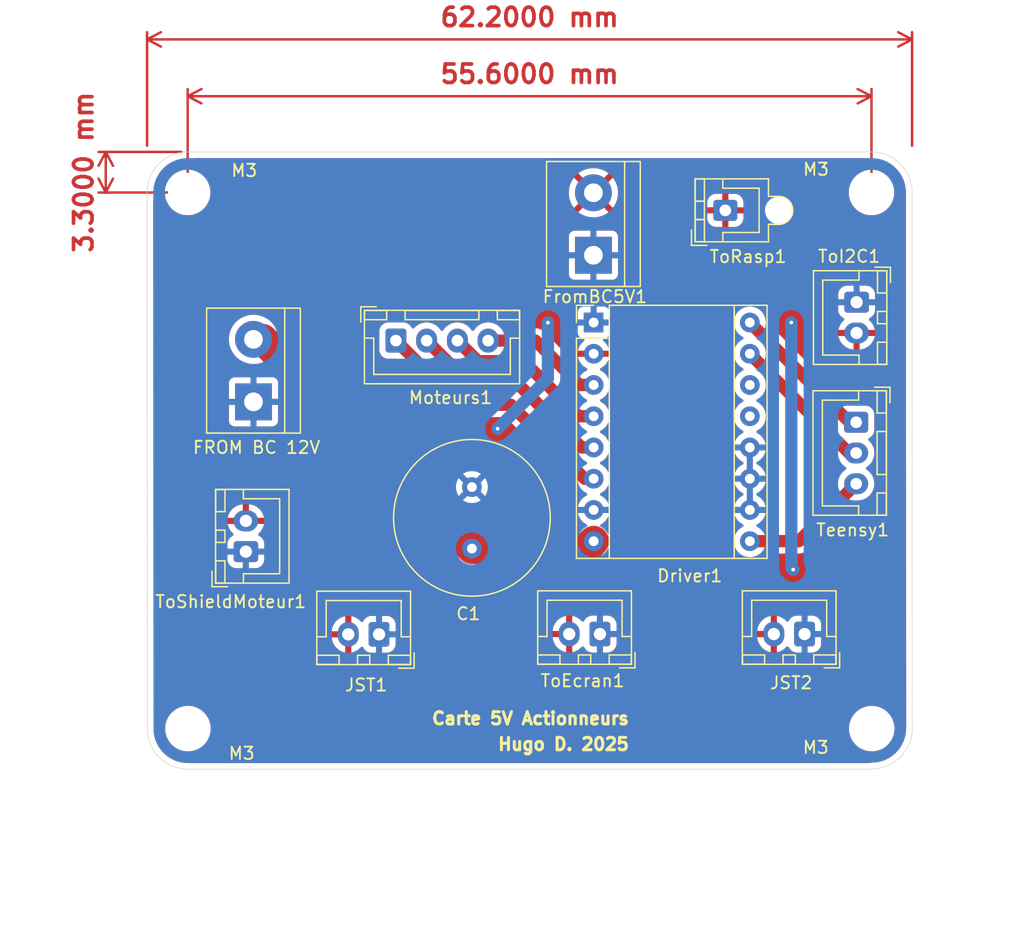
<source format=kicad_pcb>
(kicad_pcb (version 20241229) (generator "pcbnew") (generator_version "9.0")
  (layers (0 "F.Cu" signal) (2 "B.Cu" signal) (13 "F.Paste" user) (15 "B.Paste" user) (5 "F.SilkS" user "F.Silkscreen") (7 "B.SilkS" user "B.Silkscreen") (1 "F.Mask" user) (3 "B.Mask" user) (25 "Edge.Cuts" user))
  (net 0 "")
  (net 1 "+12V")
  (net 2 "GND")
  (net 3 "1A1")
  (net 4 "1B1")
  (net 5 "+5V")
  (net 6 "Enable1")
  (net 7 "2A1")
  (net 8 "2B1")
  (net 11 "Dir1")
  (net 12 "Step1")
  (footprint "Module:Pololu_Breakout-16_15.2x20.3mm" (layer "F.Cu") (at 185.81 66.37)
    (property "Reference" "Driver1" (at 7.81 20.6 0) (layer "F.SilkS"))
    (property "Value" "Pololu_Breakout_A4988" (hide yes))
    (fp_line (start -1.4 -1.4) (end -1.4 0) (stroke (width 0.12)) (layer "F.SilkS"))
    (fp_line (start -1.4 1.27) (end -1.4 19.18) (stroke (width 0.12)) (layer "F.SilkS"))
    (fp_line (start -1.4 19.18) (end 14.1 19.18) (stroke (width 0.12)) (layer "F.SilkS"))
    (fp_line (start 0 -1.4) (end -1.4 -1.4) (stroke (width 0.12)) (layer "F.SilkS"))
    (fp_line (start 1.27 -1.4) (end 1.27 1.27) (stroke (width 0.12)) (layer "F.SilkS"))
    (fp_line (start 1.27 1.27) (end -1.4 1.27) (stroke (width 0.12)) (layer "F.SilkS"))
    (fp_line (start 1.27 1.27) (end 1.27 19.18) (stroke (width 0.12)) (layer "F.SilkS"))
    (fp_line (start 11.43 -1.4) (end 11.43 19.18) (stroke (width 0.12)) (layer "F.SilkS"))
    (fp_line (start 14.1 -1.4) (end 1.27 -1.4) (stroke (width 0.12)) (layer "F.SilkS"))
    (fp_line (start 14.1 19.18) (end 14.1 -1.4) (stroke (width 0.12)) (layer "F.SilkS"))
    (pad "1" thru_hole rect (at 0 0) (size 1.6 1.6) (drill 0.8) (layers "*.Cu" "*.Mask") (net 2 "GND"))
    (pad "2" thru_hole oval (at 0 2.54) (size 1.6 1.6) (drill 0.8) (layers "*.Cu" "*.Mask") (net 5 "+5V"))
    (pad "3" thru_hole oval (at 0 5.08) (size 1.6 1.6) (drill 0.8) (layers "*.Cu" "*.Mask") (net 4 "1B1"))
    (pad "4" thru_hole oval (at 0 7.62) (size 1.6 1.6) (drill 0.8) (layers "*.Cu" "*.Mask") (net 3 "1A1"))
    (pad "5" thru_hole oval (at 0 10.16) (size 1.6 1.6) (drill 0.8) (layers "*.Cu" "*.Mask") (net 7 "2A1"))
    (pad "6" thru_hole oval (at 0 12.7) (size 1.6 1.6) (drill 0.8) (layers "*.Cu" "*.Mask") (net 8 "2B1"))
    (pad "7" thru_hole oval (at 0 15.24) (size 1.6 1.6) (drill 0.8) (layers "*.Cu" "*.Mask") (net 2 "GND"))
    (pad "8" thru_hole oval (at 0 17.78) (size 1.6 1.6) (drill 0.8) (layers "*.Cu" "*.Mask") (net 1 "+12V"))
    (pad "9" thru_hole oval (at 12.7 17.78) (size 1.6 1.6) (drill 0.8) (layers "*.Cu" "*.Mask") (net 6 "Enable1"))
    (pad "10" thru_hole oval (at 12.7 15.24) (size 1.6 1.6) (drill 0.8) (layers "*.Cu" "*.Mask") (net 2 "GND"))
    (pad "11" thru_hole oval (at 12.7 12.7) (size 1.6 1.6) (drill 0.8) (layers "*.Cu" "*.Mask") (net 2 "GND"))
    (pad "12" thru_hole oval (at 12.7 10.16) (size 1.6 1.6) (drill 0.8) (layers "*.Cu" "*.Mask") (net 2 "GND"))
    (pad "13" thru_hole oval (at 12.7 7.62) (size 1.6 1.6) (drill 0.8) (layers "*.Cu" "*.Mask"))
    (pad "14" thru_hole oval (at 12.7 5.08) (size 1.6 1.6) (drill 0.8) (layers "*.Cu" "*.Mask"))
    (pad "15" thru_hole oval (at 12.7 2.54) (size 1.6 1.6) (drill 0.8) (layers "*.Cu" "*.Mask") (net 12 "Step1"))
    (pad "16" thru_hole oval (at 12.7 0) (size 1.6 1.6) (drill 0.8) (layers "*.Cu" "*.Mask") (net 11 "Dir1"))
  )
  (footprint "MountingHole:MountingHole_3.2mm_M3" (layer "F.Cu") (at 208.42 99.39)
    (property "Reference" "M3" (at -4.55 1.53 0) (layer "F.SilkS"))
    (property "Value" "MountingHole_3.2mm_M3" (hide yes))
    (pad "" np_thru_hole circle (at 0 0) (size 3.2 3.2) (drill 3.2) (layers "*.Cu" "*.Mask"))
  )
  (footprint "Connector_JST:JST_XH_B3B-XH-A_1x03_P2.50mm_Vertical" (layer "F.Cu") (at 207.155 74.48 -90)
    (property "Reference" "Teensy1" (at 8.76 0.285 0) (layer "F.SilkS"))
    (property "Value" "Conn_01x03" (hide yes))
    (fp_line (start -2.56 3.51) (end 7.56 3.51) (stroke (width 0.12)) (layer "F.SilkS"))
    (fp_line (start 7.56 3.51) (end 7.56 -2.46) (stroke (width 0.12)) (layer "F.SilkS"))
    (fp_line (start -1.8 2.75) (end 2.5 2.75) (stroke (width 0.12)) (layer "F.SilkS"))
    (fp_line (start 6.8 2.75) (end 2.5 2.75) (stroke (width 0.12)) (layer "F.SilkS"))
    (fp_line (start -2.55 -0.2) (end -1.8 -0.2) (stroke (width 0.12)) (layer "F.SilkS"))
    (fp_line (start -1.8 -0.2) (end -1.8 2.75) (stroke (width 0.12)) (layer "F.SilkS"))
    (fp_line (start 6.8 -0.2) (end 6.8 2.75) (stroke (width 0.12)) (layer "F.SilkS"))
    (fp_line (start 7.55 -0.2) (end 6.8 -0.2) (stroke (width 0.12)) (layer "F.SilkS"))
    (fp_line (start -2.55 -1.7) (end -0.75 -1.7) (stroke (width 0.12)) (layer "F.SilkS"))
    (fp_line (start -0.75 -1.7) (end -0.75 -2.45) (stroke (width 0.12)) (layer "F.SilkS"))
    (fp_line (start 0.75 -1.7) (end 4.25 -1.7) (stroke (width 0.12)) (layer "F.SilkS"))
    (fp_line (start 4.25 -1.7) (end 4.25 -2.45) (stroke (width 0.12)) (layer "F.SilkS"))
    (fp_line (start 5.75 -1.7) (end 7.55 -1.7) (stroke (width 0.12)) (layer "F.SilkS"))
    (fp_line (start 7.55 -1.7) (end 7.55 -2.45) (stroke (width 0.12)) (layer "F.SilkS"))
    (fp_line (start -2.55 -2.45) (end -2.55 -1.7) (stroke (width 0.12)) (layer "F.SilkS"))
    (fp_line (start -0.75 -2.45) (end -2.55 -2.45) (stroke (width 0.12)) (layer "F.SilkS"))
    (fp_line (start 0.75 -2.45) (end 0.75 -1.7) (stroke (width 0.12)) (layer "F.SilkS"))
    (fp_line (start 4.25 -2.45) (end 0.75 -2.45) (stroke (width 0.12)) (layer "F.SilkS"))
    (fp_line (start 5.75 -2.45) (end 5.75 -1.7) (stroke (width 0.12)) (layer "F.SilkS"))
    (fp_line (start 7.55 -2.45) (end 5.75 -2.45) (stroke (width 0.12)) (layer "F.SilkS"))
    (fp_line (start -2.56 -2.46) (end -2.56 3.51) (stroke (width 0.12)) (layer "F.SilkS"))
    (fp_line (start 7.56 -2.46) (end -2.56 -2.46) (stroke (width 0.12)) (layer "F.SilkS"))
    (fp_line (start -2.85 -2.75) (end -2.85 -1.5) (stroke (width 0.12)) (layer "F.SilkS"))
    (fp_line (start -1.6 -2.75) (end -2.85 -2.75) (stroke (width 0.12)) (layer "F.SilkS"))
    (pad "1" thru_hole roundrect (at 0 0 270) (size 1.7 1.95) (drill 0.95) (layers "*.Cu" "*.Mask") (roundrect_rratio 0.147059) (net 11 "Dir1"))
    (pad "2" thru_hole oval (at 2.5 0 270) (size 1.7 1.95) (drill 0.95) (layers "*.Cu" "*.Mask") (net 12 "Step1"))
    (pad "3" thru_hole oval (at 5 0 270) (size 1.7 1.95) (drill 0.95) (layers "*.Cu" "*.Mask") (net 6 "Enable1"))
  )
  (footprint "Capacitor_THT:C_Radial_D12.5mm_H25.0mm_P5.00mm" (layer "F.Cu") (at 175.91 84.75 90)
    (property "Reference" "C1" (at -5.3 -0.29 180) (layer "F.SilkS"))
    (property "Value" "C_Polarized" (hide yes))
    (fp_circle (center 2.5 0) (end 8.87 0) (stroke (width 0.12)) (fill no) (layer "F.SilkS"))
    (pad "1" thru_hole circle (at 0 0 90) (size 1.6 1.6) (drill 0.8) (layers "*.Cu" "*.Mask") (net 1 "+12V"))
    (pad "2" thru_hole circle (at 5 0 90) (size 1.6 1.6) (drill 0.8) (layers "*.Cu" "*.Mask") (net 2 "GND"))
  )
  (footprint "TerminalBlock:TerminalBlock_bornier-2_P5.08mm" (layer "F.Cu") (at 185.79 60.9 90)
    (property "Reference" "FromBC5V1" (at -3.37 0.12 180) (layer "F.SilkS"))
    (property "Value" "Conn_01x02" (hide yes))
    (fp_line (start 7.62 -3.81) (end -2.54 -3.81) (stroke (width 0.12)) (layer "F.SilkS"))
    (fp_line (start -2.54 -3.81) (end -2.54 3.81) (stroke (width 0.12)) (layer "F.SilkS"))
    (fp_line (start 7.62 2.54) (end -2.54 2.54) (stroke (width 0.12)) (layer "F.SilkS"))
    (fp_line (start 7.62 3.81) (end 7.62 -3.81) (stroke (width 0.12)) (layer "F.SilkS"))
    (fp_line (start -2.54 3.81) (end 7.62 3.81) (stroke (width 0.12)) (layer "F.SilkS"))
    (pad "1" thru_hole rect (at 0 0 90) (size 3 3) (drill 1.52) (layers "*.Cu" "*.Mask") (net 2 "GND"))
    (pad "2" thru_hole circle (at 5.08 0 90) (size 3 3) (drill 1.52) (layers "*.Cu" "*.Mask") (net 5 "+5V"))
  )
  (footprint "MountingHole:MountingHole_3.2mm_M3" (layer "F.Cu") (at 152.8 55.8)
    (property "Reference" "M3" (at 4.6 -1.79 0) (layer "F.SilkS"))
    (property "Value" "MountingHole_3.2mm_M3" (hide yes))
    (pad "" np_thru_hole circle (at 0 0) (size 3.2 3.2) (drill 3.2) (layers "*.Cu" "*.Mask"))
  )
  (footprint "Connector_JST:JST_XH_B2B-XH-A_1x02_P2.50mm_Vertical" (layer "F.Cu") (at 186.32 91.7 180)
    (property "Reference" "ToEcran1" (at 1.41 -3.8 0) (layer "F.SilkS"))
    (property "Value" "Conn_01x02" (hide yes))
    (fp_line (start 5.06 3.51) (end 5.06 -2.46) (stroke (width 0.12)) (layer "F.SilkS"))
    (fp_line (start 5.06 -2.46) (end -2.56 -2.46) (stroke (width 0.12)) (layer "F.SilkS"))
    (fp_line (start 5.05 -0.2) (end 4.3 -0.2) (stroke (width 0.12)) (layer "F.SilkS"))
    (fp_line (start 5.05 -1.7) (end 5.05 -2.45) (stroke (width 0.12)) (layer "F.SilkS"))
    (fp_line (start 5.05 -2.45) (end 3.25 -2.45) (stroke (width 0.12)) (layer "F.SilkS"))
    (fp_line (start 4.3 2.75) (end 1.25 2.75) (stroke (width 0.12)) (layer "F.SilkS"))
    (fp_line (start 4.3 -0.2) (end 4.3 2.75) (stroke (width 0.12)) (layer "F.SilkS"))
    (fp_line (start 3.25 -1.7) (end 5.05 -1.7) (stroke (width 0.12)) (layer "F.SilkS"))
    (fp_line (start 3.25 -2.45) (end 3.25 -1.7) (stroke (width 0.12)) (layer "F.SilkS"))
    (fp_line (start 1.75 -1.7) (end 1.75 -2.45) (stroke (width 0.12)) (layer "F.SilkS"))
    (fp_line (start 1.75 -2.45) (end 0.75 -2.45) (stroke (width 0.12)) (layer "F.SilkS"))
    (fp_line (start 0.75 -1.7) (end 1.75 -1.7) (stroke (width 0.12)) (layer "F.SilkS"))
    (fp_line (start 0.75 -2.45) (end 0.75 -1.7) (stroke (width 0.12)) (layer "F.SilkS"))
    (fp_line (start -0.75 -1.7) (end -0.75 -2.45) (stroke (width 0.12)) (layer "F.SilkS"))
    (fp_line (start -0.75 -2.45) (end -2.55 -2.45) (stroke (width 0.12)) (layer "F.SilkS"))
    (fp_line (start -1.6 -2.75) (end -2.85 -2.75) (stroke (width 0.12)) (layer "F.SilkS"))
    (fp_line (start -1.8 2.75) (end 1.25 2.75) (stroke (width 0.12)) (layer "F.SilkS"))
    (fp_line (start -1.8 -0.2) (end -1.8 2.75) (stroke (width 0.12)) (layer "F.SilkS"))
    (fp_line (start -2.55 -0.2) (end -1.8 -0.2) (stroke (width 0.12)) (layer "F.SilkS"))
    (fp_line (start -2.55 -1.7) (end -0.75 -1.7) (stroke (width 0.12)) (layer "F.SilkS"))
    (fp_line (start -2.55 -2.45) (end -2.55 -1.7) (stroke (width 0.12)) (layer "F.SilkS"))
    (fp_line (start -2.56 3.51) (end 5.06 3.51) (stroke (width 0.12)) (layer "F.SilkS"))
    (fp_line (start -2.56 -2.46) (end -2.56 3.51) (stroke (width 0.12)) (layer "F.SilkS"))
    (fp_line (start -2.85 -2.75) (end -2.85 -1.5) (stroke (width 0.12)) (layer "F.SilkS"))
    (pad "1" thru_hole roundrect (at 0 0 180) (size 1.7 2) (drill 1) (layers "*.Cu" "*.Mask") (roundrect_rratio 0.147059) (net 2 "GND"))
    (pad "2" thru_hole oval (at 2.5 0 180) (size 1.7 2) (drill 1) (layers "*.Cu" "*.Mask") (net 5 "+5V"))
  )
  (footprint "Connector_JST:JST_XH_B4B-XH-A_1x04_P2.50mm_Vertical" (layer "F.Cu") (at 169.73 67.84)
    (property "Reference" "Moteurs1" (at 4.44 4.64 180) (layer "F.SilkS"))
    (property "Value" "Conn_01x04" (hide yes))
    (fp_line (start -2.85 -2.75) (end -2.85 -1.5) (stroke (width 0.12)) (layer "F.SilkS"))
    (fp_line (start -2.56 -2.46) (end -2.56 3.51) (stroke (width 0.12)) (layer "F.SilkS"))
    (fp_line (start -2.56 3.51) (end 10.06 3.51) (stroke (width 0.12)) (layer "F.SilkS"))
    (fp_line (start -2.55 -2.45) (end -2.55 -1.7) (stroke (width 0.12)) (layer "F.SilkS"))
    (fp_line (start -2.55 -1.7) (end -0.75 -1.7) (stroke (width 0.12)) (layer "F.SilkS"))
    (fp_line (start -2.55 -0.2) (end -1.8 -0.2) (stroke (width 0.12)) (layer "F.SilkS"))
    (fp_line (start -1.8 -0.2) (end -1.8 2.75) (stroke (width 0.12)) (layer "F.SilkS"))
    (fp_line (start -1.8 2.75) (end 3.75 2.75) (stroke (width 0.12)) (layer "F.SilkS"))
    (fp_line (start -1.6 -2.75) (end -2.85 -2.75) (stroke (width 0.12)) (layer "F.SilkS"))
    (fp_line (start -0.75 -2.45) (end -2.55 -2.45) (stroke (width 0.12)) (layer "F.SilkS"))
    (fp_line (start -0.75 -1.7) (end -0.75 -2.45) (stroke (width 0.12)) (layer "F.SilkS"))
    (fp_line (start 0.75 -2.45) (end 0.75 -1.7) (stroke (width 0.12)) (layer "F.SilkS"))
    (fp_line (start 0.75 -1.7) (end 6.75 -1.7) (stroke (width 0.12)) (layer "F.SilkS"))
    (fp_line (start 6.75 -2.45) (end 0.75 -2.45) (stroke (width 0.12)) (layer "F.SilkS"))
    (fp_line (start 6.75 -1.7) (end 6.75 -2.45) (stroke (width 0.12)) (layer "F.SilkS"))
    (fp_line (start 8.25 -2.45) (end 8.25 -1.7) (stroke (width 0.12)) (layer "F.SilkS"))
    (fp_line (start 8.25 -1.7) (end 10.05 -1.7) (stroke (width 0.12)) (layer "F.SilkS"))
    (fp_line (start 9.3 -0.2) (end 9.3 2.75) (stroke (width 0.12)) (layer "F.SilkS"))
    (fp_line (start 9.3 2.75) (end 3.75 2.75) (stroke (width 0.12)) (layer "F.SilkS"))
    (fp_line (start 10.05 -2.45) (end 8.25 -2.45) (stroke (width 0.12)) (layer "F.SilkS"))
    (fp_line (start 10.05 -1.7) (end 10.05 -2.45) (stroke (width 0.12)) (layer "F.SilkS"))
    (fp_line (start 10.05 -0.2) (end 9.3 -0.2) (stroke (width 0.12)) (layer "F.SilkS"))
    (fp_line (start 10.06 -2.46) (end -2.56 -2.46) (stroke (width 0.12)) (layer "F.SilkS"))
    (fp_line (start 10.06 3.51) (end 10.06 -2.46) (stroke (width 0.12)) (layer "F.SilkS"))
    (pad "1" thru_hole roundrect (at 0 0) (size 1.7 1.95) (drill 0.95) (layers "*.Cu" "*.Mask") (roundrect_rratio 0.147059) (net 8 "2B1"))
    (pad "2" thru_hole oval (at 2.5 0) (size 1.7 1.95) (drill 0.95) (layers "*.Cu" "*.Mask") (net 7 "2A1"))
    (pad "3" thru_hole oval (at 5 0) (size 1.7 1.95) (drill 0.95) (layers "*.Cu" "*.Mask") (net 3 "1A1"))
    (pad "4" thru_hole oval (at 7.5 0) (size 1.7 1.95) (drill 0.95) (layers "*.Cu" "*.Mask") (net 4 "1B1"))
  )
  (footprint "Connector_JST:JST_XH_B2B-XH-A_1x02_P2.50mm_Vertical" (layer "F.Cu") (at 168.36 91.725 180)
    (property "Reference" "JST1" (at 1.05 -4.12 0) (layer "F.SilkS"))
    (property "Value" "Conn_01x02" (hide yes))
    (fp_line (start 5.06 3.51) (end 5.06 -2.46) (stroke (width 0.12)) (layer "F.SilkS"))
    (fp_line (start 5.06 -2.46) (end -2.56 -2.46) (stroke (width 0.12)) (layer "F.SilkS"))
    (fp_line (start 5.05 -0.2) (end 4.3 -0.2) (stroke (width 0.12)) (layer "F.SilkS"))
    (fp_line (start 5.05 -1.7) (end 5.05 -2.45) (stroke (width 0.12)) (layer "F.SilkS"))
    (fp_line (start 5.05 -2.45) (end 3.25 -2.45) (stroke (width 0.12)) (layer "F.SilkS"))
    (fp_line (start 4.3 2.75) (end 1.25 2.75) (stroke (width 0.12)) (layer "F.SilkS"))
    (fp_line (start 4.3 -0.2) (end 4.3 2.75) (stroke (width 0.12)) (layer "F.SilkS"))
    (fp_line (start 3.25 -1.7) (end 5.05 -1.7) (stroke (width 0.12)) (layer "F.SilkS"))
    (fp_line (start 3.25 -2.45) (end 3.25 -1.7) (stroke (width 0.12)) (layer "F.SilkS"))
    (fp_line (start 1.75 -1.7) (end 1.75 -2.45) (stroke (width 0.12)) (layer "F.SilkS"))
    (fp_line (start 1.75 -2.45) (end 0.75 -2.45) (stroke (width 0.12)) (layer "F.SilkS"))
    (fp_line (start 0.75 -1.7) (end 1.75 -1.7) (stroke (width 0.12)) (layer "F.SilkS"))
    (fp_line (start 0.75 -2.45) (end 0.75 -1.7) (stroke (width 0.12)) (layer "F.SilkS"))
    (fp_line (start -0.75 -1.7) (end -0.75 -2.45) (stroke (width 0.12)) (layer "F.SilkS"))
    (fp_line (start -0.75 -2.45) (end -2.55 -2.45) (stroke (width 0.12)) (layer "F.SilkS"))
    (fp_line (start -1.6 -2.75) (end -2.85 -2.75) (stroke (width 0.12)) (layer "F.SilkS"))
    (fp_line (start -1.8 2.75) (end 1.25 2.75) (stroke (width 0.12)) (layer "F.SilkS"))
    (fp_line (start -1.8 -0.2) (end -1.8 2.75) (stroke (width 0.12)) (layer "F.SilkS"))
    (fp_line (start -2.55 -0.2) (end -1.8 -0.2) (stroke (width 0.12)) (layer "F.SilkS"))
    (fp_line (start -2.55 -1.7) (end -0.75 -1.7) (stroke (width 0.12)) (layer "F.SilkS"))
    (fp_line (start -2.55 -2.45) (end -2.55 -1.7) (stroke (width 0.12)) (layer "F.SilkS"))
    (fp_line (start -2.56 3.51) (end 5.06 3.51) (stroke (width 0.12)) (layer "F.SilkS"))
    (fp_line (start -2.56 -2.46) (end -2.56 3.51) (stroke (width 0.12)) (layer "F.SilkS"))
    (fp_line (start -2.85 -2.75) (end -2.85 -1.5) (stroke (width 0.12)) (layer "F.SilkS"))
    (pad "1" thru_hole roundrect (at 0 0 180) (size 1.7 2) (drill 1) (layers "*.Cu" "*.Mask") (roundrect_rratio 0.147059) (net 2 "GND"))
    (pad "2" thru_hole oval (at 2.5 0 180) (size 1.7 2) (drill 1) (layers "*.Cu" "*.Mask") (net 5 "+5V"))
  )
  (footprint "Connector_JST:JST_XH_B2B-XH-A_1x02_P2.50mm_Vertical" (layer "F.Cu") (at 207.19 64.72 -90)
    (property "Reference" "ToI2C1" (at -3.73 0.61 0) (layer "F.SilkS"))
    (property "Value" "Conn_01x02" (hide yes))
    (fp_line (start -2.56 3.51) (end 5.06 3.51) (stroke (width 0.12)) (layer "F.SilkS"))
    (fp_line (start 5.06 3.51) (end 5.06 -2.46) (stroke (width 0.12)) (layer "F.SilkS"))
    (fp_line (start -1.8 2.75) (end 1.25 2.75) (stroke (width 0.12)) (layer "F.SilkS"))
    (fp_line (start 4.3 2.75) (end 1.25 2.75) (stroke (width 0.12)) (layer "F.SilkS"))
    (fp_line (start -2.55 -0.2) (end -1.8 -0.2) (stroke (width 0.12)) (layer "F.SilkS"))
    (fp_line (start -1.8 -0.2) (end -1.8 2.75) (stroke (width 0.12)) (layer "F.SilkS"))
    (fp_line (start 4.3 -0.2) (end 4.3 2.75) (stroke (width 0.12)) (layer "F.SilkS"))
    (fp_line (start 5.05 -0.2) (end 4.3 -0.2) (stroke (width 0.12)) (layer "F.SilkS"))
    (fp_line (start -2.55 -1.7) (end -0.75 -1.7) (stroke (width 0.12)) (layer "F.SilkS"))
    (fp_line (start -0.75 -1.7) (end -0.75 -2.45) (stroke (width 0.12)) (layer "F.SilkS"))
    (fp_line (start 0.75 -1.7) (end 1.75 -1.7) (stroke (width 0.12)) (layer "F.SilkS"))
    (fp_line (start 1.75 -1.7) (end 1.75 -2.45) (stroke (width 0.12)) (layer "F.SilkS"))
    (fp_line (start 3.25 -1.7) (end 5.05 -1.7) (stroke (width 0.12)) (layer "F.SilkS"))
    (fp_line (start 5.05 -1.7) (end 5.05 -2.45) (stroke (width 0.12)) (layer "F.SilkS"))
    (fp_line (start -2.55 -2.45) (end -2.55 -1.7) (stroke (width 0.12)) (layer "F.SilkS"))
    (fp_line (start -0.75 -2.45) (end -2.55 -2.45) (stroke (width 0.12)) (layer "F.SilkS"))
    (fp_line (start 0.75 -2.45) (end 0.75 -1.7) (stroke (width 0.12)) (layer "F.SilkS"))
    (fp_line (start 1.75 -2.45) (end 0.75 -2.45) (stroke (width 0.12)) (layer "F.SilkS"))
    (fp_line (start 3.25 -2.45) (end 3.25 -1.7) (stroke (width 0.12)) (layer "F.SilkS"))
    (fp_line (start 5.05 -2.45) (end 3.25 -2.45) (stroke (width 0.12)) (layer "F.SilkS"))
    (fp_line (start -2.56 -2.46) (end -2.56 3.51) (stroke (width 0.12)) (layer "F.SilkS"))
    (fp_line (start 5.06 -2.46) (end -2.56 -2.46) (stroke (width 0.12)) (layer "F.SilkS"))
    (fp_line (start -2.85 -2.75) (end -2.85 -1.5) (stroke (width 0.12)) (layer "F.SilkS"))
    (fp_line (start -1.6 -2.75) (end -2.85 -2.75) (stroke (width 0.12)) (layer "F.SilkS"))
    (pad "1" thru_hole roundrect (at 0 0 270) (size 1.7 2) (drill 1) (layers "*.Cu" "*.Mask") (roundrect_rratio 0.147059) (net 2 "GND"))
    (pad "2" thru_hole oval (at 2.5 0 270) (size 1.7 2) (drill 1) (layers "*.Cu" "*.Mask") (net 5 "+5V"))
  )
  (footprint "Connector_JST:JST_XH_B2B-XH-A_1x02_P2.50mm_Vertical" (layer "F.Cu") (at 157.53 85 90)
    (property "Reference" "ToShieldMoteur1" (at -4.07 -1.23 180) (layer "F.SilkS"))
    (property "Value" "Conn_01x02" (hide yes))
    (fp_line (start -1.6 -2.75) (end -2.85 -2.75) (stroke (width 0.12)) (layer "F.SilkS"))
    (fp_line (start -2.85 -2.75) (end -2.85 -1.5) (stroke (width 0.12)) (layer "F.SilkS"))
    (fp_line (start 5.06 -2.46) (end -2.56 -2.46) (stroke (width 0.12)) (layer "F.SilkS"))
    (fp_line (start -2.56 -2.46) (end -2.56 3.51) (stroke (width 0.12)) (layer "F.SilkS"))
    (fp_line (start 5.05 -2.45) (end 3.25 -2.45) (stroke (width 0.12)) (layer "F.SilkS"))
    (fp_line (start 3.25 -2.45) (end 3.25 -1.7) (stroke (width 0.12)) (layer "F.SilkS"))
    (fp_line (start 1.75 -2.45) (end 0.75 -2.45) (stroke (width 0.12)) (layer "F.SilkS"))
    (fp_line (start 0.75 -2.45) (end 0.75 -1.7) (stroke (width 0.12)) (layer "F.SilkS"))
    (fp_line (start -0.75 -2.45) (end -2.55 -2.45) (stroke (width 0.12)) (layer "F.SilkS"))
    (fp_line (start -2.55 -2.45) (end -2.55 -1.7) (stroke (width 0.12)) (layer "F.SilkS"))
    (fp_line (start 5.05 -1.7) (end 5.05 -2.45) (stroke (width 0.12)) (layer "F.SilkS"))
    (fp_line (start 3.25 -1.7) (end 5.05 -1.7) (stroke (width 0.12)) (layer "F.SilkS"))
    (fp_line (start 1.75 -1.7) (end 1.75 -2.45) (stroke (width 0.12)) (layer "F.SilkS"))
    (fp_line (start 0.75 -1.7) (end 1.75 -1.7) (stroke (width 0.12)) (layer "F.SilkS"))
    (fp_line (start -0.75 -1.7) (end -0.75 -2.45) (stroke (width 0.12)) (layer "F.SilkS"))
    (fp_line (start -2.55 -1.7) (end -0.75 -1.7) (stroke (width 0.12)) (layer "F.SilkS"))
    (fp_line (start 5.05 -0.2) (end 4.3 -0.2) (stroke (width 0.12)) (layer "F.SilkS"))
    (fp_line (start 4.3 -0.2) (end 4.3 2.75) (stroke (width 0.12)) (layer "F.SilkS"))
    (fp_line (start -1.8 -0.2) (end -1.8 2.75) (stroke (width 0.12)) (layer "F.SilkS"))
    (fp_line (start -2.55 -0.2) (end -1.8 -0.2) (stroke (width 0.12)) (layer "F.SilkS"))
    (fp_line (start 4.3 2.75) (end 1.25 2.75) (stroke (width 0.12)) (layer "F.SilkS"))
    (fp_line (start -1.8 2.75) (end 1.25 2.75) (stroke (width 0.12)) (layer "F.SilkS"))
    (fp_line (start 5.06 3.51) (end 5.06 -2.46) (stroke (width 0.12)) (layer "F.SilkS"))
    (fp_line (start -2.56 3.51) (end 5.06 3.51) (stroke (width 0.12)) (layer "F.SilkS"))
    (pad "1" thru_hole roundrect (at 0 0 90) (size 1.7 2) (drill 1) (layers "*.Cu" "*.Mask") (roundrect_rratio 0.147059) (net 2 "GND"))
    (pad "2" thru_hole oval (at 2.5 0 90) (size 1.7 2) (drill 1) (layers "*.Cu" "*.Mask") (net 5 "+5V"))
  )
  (footprint "MountingHole:MountingHole_3.2mm_M3" (layer "F.Cu") (at 152.82 99.39)
    (property "Reference" "M3" (at 4.37 2.01 0) (layer "F.SilkS"))
    (property "Value" "MountingHole_3.2mm_M3" (hide yes))
    (pad "" np_thru_hole circle (at 0 0) (size 3.2 3.2) (drill 3.2) (layers "*.Cu" "*.Mask"))
  )
  (footprint "Connector_JST:JST_XH_B2B-XH-A_1x02_P2.50mm_Vertical" (layer "F.Cu") (at 202.96 91.7 180)
    (property "Reference" "JST2" (at 1.09 -3.965 0) (layer "F.SilkS"))
    (property "Value" "Conn_01x02" (hide yes))
    (fp_line (start 5.06 3.51) (end 5.06 -2.46) (stroke (width 0.12)) (layer "F.SilkS"))
    (fp_line (start 5.06 -2.46) (end -2.56 -2.46) (stroke (width 0.12)) (layer "F.SilkS"))
    (fp_line (start 5.05 -0.2) (end 4.3 -0.2) (stroke (width 0.12)) (layer "F.SilkS"))
    (fp_line (start 5.05 -1.7) (end 5.05 -2.45) (stroke (width 0.12)) (layer "F.SilkS"))
    (fp_line (start 5.05 -2.45) (end 3.25 -2.45) (stroke (width 0.12)) (layer "F.SilkS"))
    (fp_line (start 4.3 2.75) (end 1.25 2.75) (stroke (width 0.12)) (layer "F.SilkS"))
    (fp_line (start 4.3 -0.2) (end 4.3 2.75) (stroke (width 0.12)) (layer "F.SilkS"))
    (fp_line (start 3.25 -1.7) (end 5.05 -1.7) (stroke (width 0.12)) (layer "F.SilkS"))
    (fp_line (start 3.25 -2.45) (end 3.25 -1.7) (stroke (width 0.12)) (layer "F.SilkS"))
    (fp_line (start 1.75 -1.7) (end 1.75 -2.45) (stroke (width 0.12)) (layer "F.SilkS"))
    (fp_line (start 1.75 -2.45) (end 0.75 -2.45) (stroke (width 0.12)) (layer "F.SilkS"))
    (fp_line (start 0.75 -1.7) (end 1.75 -1.7) (stroke (width 0.12)) (layer "F.SilkS"))
    (fp_line (start 0.75 -2.45) (end 0.75 -1.7) (stroke (width 0.12)) (layer "F.SilkS"))
    (fp_line (start -0.75 -1.7) (end -0.75 -2.45) (stroke (width 0.12)) (layer "F.SilkS"))
    (fp_line (start -0.75 -2.45) (end -2.55 -2.45) (stroke (width 0.12)) (layer "F.SilkS"))
    (fp_line (start -1.6 -2.75) (end -2.85 -2.75) (stroke (width 0.12)) (layer "F.SilkS"))
    (fp_line (start -1.8 2.75) (end 1.25 2.75) (stroke (width 0.12)) (layer "F.SilkS"))
    (fp_line (start -1.8 -0.2) (end -1.8 2.75) (stroke (width 0.12)) (layer "F.SilkS"))
    (fp_line (start -2.55 -0.2) (end -1.8 -0.2) (stroke (width 0.12)) (layer "F.SilkS"))
    (fp_line (start -2.55 -1.7) (end -0.75 -1.7) (stroke (width 0.12)) (layer "F.SilkS"))
    (fp_line (start -2.55 -2.45) (end -2.55 -1.7) (stroke (width 0.12)) (layer "F.SilkS"))
    (fp_line (start -2.56 3.51) (end 5.06 3.51) (stroke (width 0.12)) (layer "F.SilkS"))
    (fp_line (start -2.56 -2.46) (end -2.56 3.51) (stroke (width 0.12)) (layer "F.SilkS"))
    (fp_line (start -2.85 -2.75) (end -2.85 -1.5) (stroke (width 0.12)) (layer "F.SilkS"))
    (pad "1" thru_hole roundrect (at 0 0 180) (size 1.7 2) (drill 1) (layers "*.Cu" "*.Mask") (roundrect_rratio 0.147059) (net 2 "GND"))
    (pad "2" thru_hole oval (at 2.5 0 180) (size 1.7 2) (drill 1) (layers "*.Cu" "*.Mask") (net 5 "+5V"))
  )
  (footprint "Connector_JST:JST_XH_B1B-XH-AM_1x01_P2.50mm_Vertical" (layer "F.Cu") (at 196.515 57.25 90)
    (property "Reference" "ToRasp1" (at -3.76 1.845 180) (layer "F.SilkS"))
    (property "Value" "Conn_01x01" (hide yes))
    (fp_line (start -1.6 -2.75) (end -2.85 -2.75) (stroke (width 0.12)) (layer "F.SilkS"))
    (fp_line (start -2.85 -2.75) (end -2.85 -1.5) (stroke (width 0.12)) (layer "F.SilkS"))
    (fp_line (start 2.56 -2.46) (end 2.56 3.51) (stroke (width 0.12)) (layer "F.SilkS"))
    (fp_line (start -2.56 -2.46) (end 2.56 -2.46) (stroke (width 0.12)) (layer "F.SilkS"))
    (fp_line (start 2.55 -2.45) (end 0.75 -2.45) (stroke (width 0.12)) (layer "F.SilkS"))
    (fp_line (start 0.75 -2.45) (end 0.75 -1.7) (stroke (width 0.12)) (layer "F.SilkS"))
    (fp_line (start 0.75 -2.45) (end 0.75 -1.7) (stroke (width 0.12)) (layer "F.SilkS"))
    (fp_line (start -0.75 -2.45) (end 0.75 -2.45) (stroke (width 0.12)) (layer "F.SilkS"))
    (fp_line (start -0.75 -2.45) (end -2.55 -2.45) (stroke (width 0.12)) (layer "F.SilkS"))
    (fp_line (start -2.55 -2.45) (end -2.55 -1.7) (stroke (width 0.12)) (layer "F.SilkS"))
    (fp_line (start 2.55 -1.7) (end 2.55 -2.45) (stroke (width 0.12)) (layer "F.SilkS"))
    (fp_line (start 0.75 -1.7) (end 2.55 -1.7) (stroke (width 0.12)) (layer "F.SilkS"))
    (fp_line (start 0.75 -1.7) (end -0.75 -1.7) (stroke (width 0.12)) (layer "F.SilkS"))
    (fp_line (start -0.75 -1.7) (end -0.75 -2.45) (stroke (width 0.12)) (layer "F.SilkS"))
    (fp_line (start -0.75 -1.7) (end -0.75 -2.45) (stroke (width 0.12)) (layer "F.SilkS"))
    (fp_line (start -2.55 -1.7) (end -0.75 -1.7) (stroke (width 0.12)) (layer "F.SilkS"))
    (fp_line (start 2.55 -0.2) (end 1.8 -0.2) (stroke (width 0.12)) (layer "F.SilkS"))
    (fp_line (start 1.8 -0.2) (end 1.8 2.75) (stroke (width 0.12)) (layer "F.SilkS"))
    (fp_line (start -1.8 -0.2) (end -1.8 2.75) (stroke (width 0.12)) (layer "F.SilkS"))
    (fp_line (start -2.55 -0.2) (end -1.8 -0.2) (stroke (width 0.12)) (layer "F.SilkS"))
    (fp_line (start 1.8 2.75) (end 0 2.75) (stroke (width 0.12)) (layer "F.SilkS"))
    (fp_line (start -1.8 2.75) (end 0 2.75) (stroke (width 0.12)) (layer "F.SilkS"))
    (fp_line (start 2.56 3.51) (end 1.135 3.51) (stroke (width 0.12)) (layer "F.SilkS"))
    (fp_line (start 1.135 3.51) (end 1.135 4.35) (stroke (width 0.12)) (layer "F.SilkS"))
    (fp_line (start -1.135 3.51) (end -2.56 3.51) (stroke (width 0.12)) (layer "F.SilkS"))
    (fp_line (start -2.56 3.51) (end -2.56 -2.46) (stroke (width 0.12)) (layer "F.SilkS"))
    (fp_line (start -1.135 4.35) (end -1.135 3.51) (stroke (width 0.12)) (layer "F.SilkS"))
    (fp_arc (start 1.135 4.35) (mid 0 5.485) (end -1.135 4.35) (stroke (width 0.12)) (layer "F.SilkS"))
    (pad "" np_thru_hole circle (at 0 4.35 90) (size 1.75 1.75) (drill 1.75) (layers "*.Cu" "*.Mask"))
    (pad "1" thru_hole roundrect (at 0 0 90) (size 1.7 1.95) (drill 0.95) (layers "*.Cu" "*.Mask") (roundrect_rratio 0.147059) (net 5 "+5V"))
  )
  (footprint "TerminalBlock:TerminalBlock_bornier-2_P5.08mm" (layer "F.Cu") (at 158.15 72.82 90)
    (property "Reference" "FromBC12V1" (hide yes))
    (property "Value" "Conn_01x02" (hide yes))
    (fp_line (start 7.62 -3.81) (end -2.54 -3.81) (stroke (width 0.12)) (layer "F.SilkS"))
    (fp_line (start -2.54 -3.81) (end -2.54 3.81) (stroke (width 0.12)) (layer "F.SilkS"))
    (fp_line (start 7.62 2.54) (end -2.54 2.54) (stroke (width 0.12)) (layer "F.SilkS"))
    (fp_line (start 7.62 3.81) (end 7.62 -3.81) (stroke (width 0.12)) (layer "F.SilkS"))
    (fp_line (start -2.54 3.81) (end 7.62 3.81) (stroke (width 0.12)) (layer "F.SilkS"))
    (fp_text user "FROM BC 12V" (at -3.71 0.25 180) (layer "F.SilkS"))
    (pad "1" thru_hole rect (at 0 0 90) (size 3 3) (drill 1.52) (layers "*.Cu" "*.Mask") (net 2 "GND"))
    (pad "2" thru_hole circle (at 5.08 0 90) (size 3 3) (drill 1.52) (layers "*.Cu" "*.Mask") (net 1 "+12V"))
  )
  (footprint "MountingHole:MountingHole_3.2mm_M3" (layer "F.Cu") (at 208.4 55.8)
    (property "Reference" "M3" (at -4.51 -1.89 0) (layer "F.SilkS"))
    (property "Value" "MountingHole_3.2mm_M3" (hide yes))
    (pad "" np_thru_hole circle (at 0 0) (size 3.2 3.2) (drill 3.2) (layers "*.Cu" "*.Mask"))
  )
  (gr_line (start 152.8 52.5) (end 208.4 52.5) (stroke (width 0.05)) (layer "Edge.Cuts"))
  (gr_line (start 149.52 99.39) (end 149.5 55.8) (stroke (width 0.05)) (layer "Edge.Cuts"))
  (gr_arc (start 211.716548 99.356548) (mid 210.749986 101.689986) (end 208.416548 102.656548) (stroke (width 0.05)) (layer "Edge.Cuts"))
  (gr_arc (start 149.5 55.8) (mid 150.466548 53.466548) (end 152.8 52.5) (stroke (width 0.05)) (layer "Edge.Cuts"))
  (gr_line (start 211.7 55.8) (end 211.716548 99.356548) (stroke (width 0.05)) (layer "Edge.Cuts"))
  (gr_line (start 208.42 102.69) (end 152.82 102.69) (stroke (width 0.05)) (layer "Edge.Cuts"))
  (gr_arc (start 152.82 102.69) (mid 150.486548 101.723452) (end 149.52 99.39) (stroke (width 0.05)) (layer "Edge.Cuts"))
  (gr_arc (start 208.4 52.5) (mid 210.733452 53.466548) (end 211.7 55.8) (stroke (width 0.05)) (layer "Edge.Cuts"))
  (gr_text "Carte 5V Actionneurs\n" (at 172.53 99.15 0) (layer "F.SilkS") (effects (font (size 1 1) (thickness 0.25) (bold yes)) (justify left bottom)))
  (gr_text "Hugo D. 2025\n" (at 177.91 101.24 0) (layer "F.SilkS") (effects (font (size 1 1) (thickness 0.25) (bold yes)) (justify left bottom)))
  (dimension (type aligned) (layer "F.Cu") (pts (xy 152.8 52.5) (xy 152.8 55.8)) (height 6.66) (format (prefix "") (suffix "") (units 3) (units_format 1) (precision 4)) (style (thickness 0.2) (arrow_length 1.27) (text_position_mode 0) (arrow_direction outward) (extension_height 0.58642) (extension_offset 0.5) (keep_text_aligned yes)) (gr_text "3,3000 mm" (at 144.34 54.15 90) (layer "F.Cu") (effects (font (size 1.5 1.5) (thickness 0.3)))))
  (dimension (type aligned) (layer "F.Cu") (pts (xy 211.7 52.5) (xy 149.5 52.5)) (height 9.15) (format (prefix "") (suffix "") (units 3) (units_format 1) (precision 4)) (style (thickness 0.2) (arrow_length 1.27) (text_position_mode 0) (arrow_direction outward) (extension_height 0.58642) (extension_offset 0.5) (keep_text_aligned yes)) (gr_text "62,2000 mm" (at 180.6 41.55 0) (layer "F.Cu") (effects (font (size 1.5 1.5) (thickness 0.3)))))
  (dimension (type aligned) (layer "F.Cu") (pts (xy 208.4 55.8) (xy 152.8 55.8)) (height 7.83) (format (prefix "") (suffix "") (units 3) (units_format 1) (precision 4)) (style (thickness 0.2) (arrow_length 1.27) (text_position_mode 0) (arrow_direction outward) (extension_height 0.58642) (extension_offset 0.5) (keep_text_aligned yes)) (gr_text "55,6000 mm" (at 180.6 46.17 0) (layer "F.Cu") (effects (font (size 1.5 1.5) (thickness 0.3)))))
  (segment (start 185.21 84.75) (end 185.81 84.15) (width 2.5) (layer "F.Cu") (net 1))
  (segment (start 158.15 67.74) (end 158.9 67.74) (width 2.5) (layer "F.Cu") (net 1))
  (segment (start 158.9 67.74) (end 175.91 84.75) (width 2.5) (layer "F.Cu") (net 1))
  (segment (start 175.91 84.75) (end 185.21 84.75) (width 2.5) (layer "F.Cu") (net 1))
  (segment (start 176.405 69.515) (end 180.115 69.515) (width 1) (layer "F.Cu") (net 3))
  (segment (start 184.59 73.99) (end 185.81 73.99) (width 1) (layer "F.Cu") (net 3))
  (segment (start 180.115 69.515) (end 184.59 73.99) (width 1) (layer "F.Cu") (net 3))
  (segment (start 174.73 67.84) (end 176.405 69.515) (width 1) (layer "F.Cu") (net 3))
  (segment (start 185.81 71.45) (end 184.68 71.45) (width 1) (layer "F.Cu") (net 4))
  (segment (start 181.07 67.84) (end 177.23 67.84) (width 1) (layer "F.Cu") (net 4))
  (segment (start 184.68 71.45) (end 181.07 67.84) (width 1) (layer "F.Cu") (net 4))
  (segment (start 185.8 55.91) (end 185.75 55.96) (width 1) (layer "F.Cu") (net 5))
  (segment (start 185.75 55.96) (end 185.75 56.26) (width 1) (layer "F.Cu") (net 5))
  (segment (start 183.82 91.49957) (end 183.82 91.7) (width 1) (layer "F.Cu") (net 5))
  (segment (start 206.98957 67.22) (end 207.19 67.22) (width 1) (layer "F.Cu") (net 5))
  (via (at 182.09 66.38) (size 1) (drill 0.3) (layers "F.Cu" "B.Cu") (net 5))
  (via (at 178 75) (size 1) (drill 0.3) (layers "F.Cu" "B.Cu") (net 5))
  (via (at 201.88 66.37) (size 1) (drill 0.3) (layers "F.Cu" "B.Cu") (net 5))
  (via (at 202.03 86.46) (size 1) (drill 0.3) (layers "F.Cu" "B.Cu") (net 5))
  (segment (start 182.09 70.91) (end 178 75) (width 1) (layer "B.Cu") (net 5))
  (segment (start 201.88 86.31) (end 202.03 86.46) (width 1) (layer "B.Cu") (net 5))
  (segment (start 201.88 66.37) (end 201.88 86.31) (width 1) (layer "B.Cu") (net 5))
  (segment (start 182.09 66.38) (end 182.09 70.91) (width 1) (layer "B.Cu") (net 5))
  (segment (start 202.485 84.15) (end 207.155 79.48) (width 1) (layer "F.Cu") (net 6))
  (segment (start 198.51 84.15) (end 202.485 84.15) (width 1) (layer "F.Cu") (net 6))
  (segment (start 175.77 71.38) (end 179.67 71.38) (width 1) (layer "F.Cu") (net 7))
  (segment (start 184.82 76.53) (end 185.81 76.53) (width 1) (layer "F.Cu") (net 7))
  (segment (start 179.67 71.38) (end 184.82 76.53) (width 1) (layer "F.Cu") (net 7))
  (segment (start 172.23 67.84) (end 175.77 71.38) (width 1) (layer "F.Cu") (net 7))
  (segment (start 185.08 79.07) (end 185.81 79.07) (width 1) (layer "F.Cu") (net 8))
  (segment (start 169.73 67.84) (end 174.95 73.06) (width 1) (layer "F.Cu") (net 8))
  (segment (start 179.07 73.06) (end 185.08 79.07) (width 1) (layer "F.Cu") (net 8))
  (segment (start 174.95 73.06) (end 179.07 73.06) (width 1) (layer "F.Cu") (net 8))
  (segment (start 206.62 74.48) (end 207.155 74.48) (width 1) (layer "F.Cu") (net 11))
  (segment (start 198.51 66.37) (end 206.62 74.48) (width 1) (layer "F.Cu") (net 11))
  (segment (start 206.58 76.98) (end 207.155 76.98) (width 1) (layer "F.Cu") (net 12))
  (segment (start 198.51 68.91) (end 206.58 76.98) (width 1) (layer "F.Cu") (net 12))
  (zone (net 5) (net_name "+5V") (layer "F.Cu") (priority 1) (connect_pads (clearance 0.5)) (min_thickness 0.25) (fill yes (thermal_gap 0.5) (thermal_bridge_width 0.5))
    (polygon (pts (xy 141.61 45.39) (xy 219.09 44.66) (xy 220.82 117.21) (xy 144.6 117.48) (xy 141.61 45.37) (xy 141.68 45.39)))
  )
  (zone (net 2) (net_name "GND") (layer "B.Cu") (connect_pads (clearance 0.5)) (min_thickness 0.25) (fill yes (thermal_gap 0.5) (thermal_bridge_width 0.5))
    (polygon (pts (xy 149 51) (xy 149 117) (xy 217.5 117) (xy 217 51)))
  )
)
</source>
